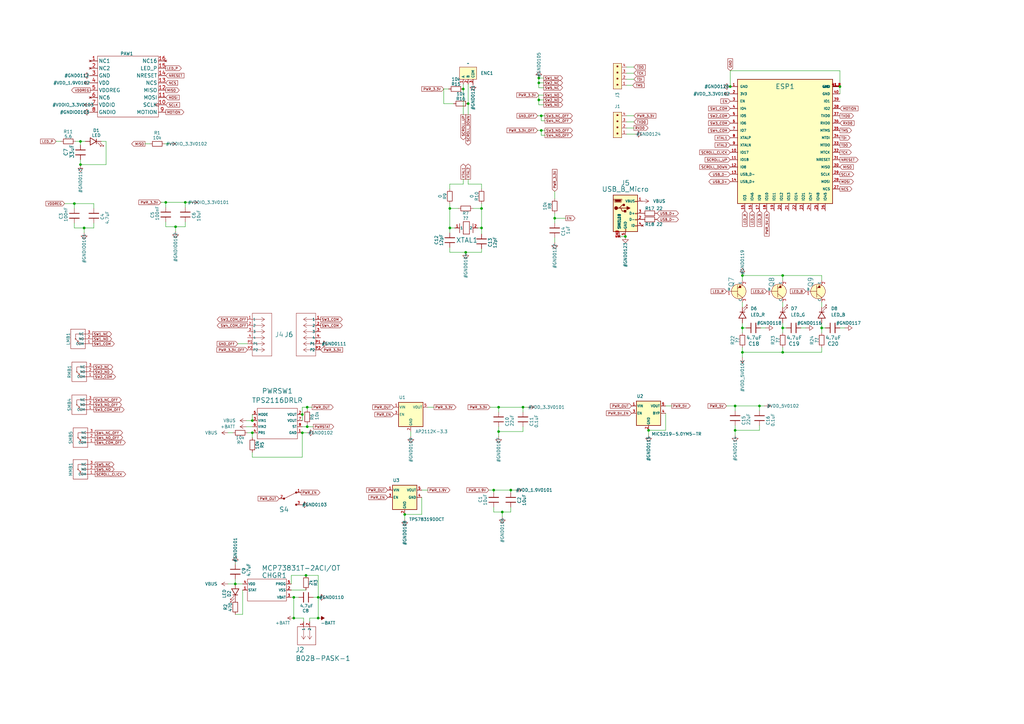
<source format=kicad_sch>
(kicad_sch (version 20230121) (generator eeschema)
  (paper "A3")
  (lib_symbols
    (symbol "+1.9V_1" (power) (pin_names (offset 0))
      (property "Reference" "#VDD_3.3V" (at 0 7.62 90))
      (symbol "+1.9V_1_1_1"
        (pin power_in line (at 0 0 90) (length 0) hide (name "+3.3V") (number "1"))
      )
    )
    (symbol "+1.9V_2" (power) (pin_names (offset 0))
      (property "Reference" "#VDD_3.3V" (at 0 7.62 90))
      (symbol "+1.9V_2_1_1"
        (pin power_in line (at 0 0 90) (length 0) hide (name "+3.3V") (number "1"))
      )
    )
    (symbol "+1.9V_3" (power) (pin_names (offset 0))
      (property "Reference" "#VDD_5V" (at 0 7.62 90))
      (symbol "+1.9V_3_1_1"
        (pin power_in line (at 0 0 90) (length 0) hide (name "+5V") (number "1"))
      )
    )
    (symbol "+1.9V_4" (power) (pin_names (offset 0))
      (property "Reference" "#VDD_5V" (at 0 7.62 90))
      (symbol "+1.9V_4_1_1"
        (pin power_in line (at 0 0 90) (length 0) hide (name "+5V") (number "1"))
      )
    )
    (symbol "AP2112K-3.3_1" (pin_names (offset 0.254))
      (property "Reference" "U3" (at 1.5 2 0))
      (property "Value" "TPS78319DDCT" (at 16.5 -12 0))
      (symbol "AP2112K-3.3_1_1_1"
        (pin power_in line (at -2 -2 0) (length 2) (name "VIN") (number "1"))
        (pin power_in line (at 5 -12 90) (length 2) (name "GND") (number "2"))
        (pin input line (at -2 -5 0) (length 2) (name "EN") (number "3"))
        (pin power_in line (at 12 -5 180) (length 2) (name "GND") (number "4"))
        (pin power_out line (at 12 -2 180) (length 2) (name "VOUT") (number "5"))
      )
    )
    (symbol "AP2112K-3.3_2" (pin_names (offset 0.254))
      (property "Reference" "U2" (at 1.5 2 0))
      (property "Value" "MIC5219-5.0YM5-TR" (at 16.5 -12 0))
      (symbol "AP2112K-3.3_2_1_1"
        (pin power_in line (at -2 -2 0) (length 2) (name "VIN") (number "1"))
        (pin power_in line (at 5 -12 90) (length 2) (name "GND") (number "2"))
        (pin input line (at -2 -5 0) (length 2) (name "EN") (number "3"))
        (pin power_in line (at 12 -5 180) (length 2) (name "BYP") (number "4"))
        (pin power_out line (at 12 -2 180) (length 2) (name "VOUT") (number "5"))
      )
    )
    (symbol "Connector:USB_B_Micro" (pin_names (offset 1.016))
      (property "Reference" "J5" (at 0 12.45 0))
      (property "Value" "USB_B_Micro" (at 0 9.91 0))
      (symbol "USB_B_Micro_1_0"
        (pin passive line (at -2.5 -9.5 90) (length 2) (name "SHIELD1") (number "SH1"))
        (pin passive line (at -2.5 -9.5 90) (length 2) (name "SHIELD2") (number "SH2"))
        (pin no_connect line (at -2.5 -9.5 90) (length 2) (name "SHIELD3") (number "SH3"))
        (pin passive line (at -2.5 -9.5 90) (length 2) (name "SHIELD4") (number "SH4"))
        (pin passive line (at -2.5 -9.5 90) (length 2) (name "SHIELD5") (number "SH5"))
        (pin no_connect line (at -2.5 -9.5 90) (length 2) (name "SHIELD6") (number "SH6"))
      )
      (symbol "USB_B_Micro_1_1"
        (pin power_out line (at 7 5 180) (length 2) (name "VBUS") (number "1"))
        (pin bidirectional line (at 7 -2.5 180) (length 2) (name "D-") (number "2"))
        (pin bidirectional line (at 7 0 180) (length 2) (name "D+") (number "3"))
        (pin no_connect line (at 7 -5 180) (length 2) (name "ID") (number "4"))
        (pin power_out line (at 0 -9.5 90) (length 2) (name "GND") (number "5"))
      )
    )
    (symbol "ESP32-S3-WROOM-1U:ESP32-S3-WROOM-1U" (pin_names (offset 1))
      (property "Reference" "U" (at -19 31 0))
      (symbol "ESP32-S3-WROOM-1U_1_0"
        (pin power_in line (at -22.5 27.5 0) (length 3) (name "GND") (number "1"))
        (pin bidirectional line (at -22.5 0.5 0) (length 3) (name "IO17") (number "10"))
        (pin bidirectional line (at -22.5 -2.5 0) (length 3) (name "IO18") (number "11"))
        (pin bidirectional line (at -22.5 -5.5 0) (length 3) (name "IO8") (number "12"))
        (pin bidirectional line (at -22.5 -8.5 0) (length 3) (name "USB_D-") (number "13"))
        (pin bidirectional line (at -22.5 -11.5 0) (length 3) (name "USB_D+") (number "14"))
        (pin bidirectional line (at -16.5 -23.5 90) (length 3) (name "IO3") (number "15"))
        (pin bidirectional line (at -13.5 -23.5 90) (length 3) (name "IO46") (number "16"))
        (pin bidirectional line (at -10.5 -23.5 90) (length 3) (name "IO9") (number "17"))
        (pin bidirectional line (at -7.5 -23.5 90) (length 3) (name "IO10") (number "18"))
        (pin bidirectional line (at -4.5 -23.5 90) (length 3) (name "IO11") (number "19"))
        (pin power_in line (at -22.5 24.5 0) (length 3) (name "3V3") (number "2"))
        (pin bidirectional line (at -1.5 -23.5 90) (length 3) (name "IO12") (number "20"))
        (pin bidirectional line (at 1.5 -23.5 90) (length 3) (name "IO13") (number "21"))
        (pin bidirectional line (at 4.5 -23.5 90) (length 3) (name "IO14") (number "22"))
        (pin bidirectional line (at 7.5 -23.5 90) (length 3) (name "IO21") (number "23"))
        (pin bidirectional line (at 10.5 -23.5 90) (length 3) (name "IO47") (number "24"))
        (pin bidirectional line (at 13.5 -23.5 90) (length 3) (name "IO48") (number "25"))
        (pin bidirectional line (at 16.5 -23.5 90) (length 3) (name "IO45") (number "26"))
        (pin bidirectional line (at 22.5 -14.5 180) (length 3) (name "NCS") (number "27"))
        (pin bidirectional line (at 22.5 -11.5 180) (length 3) (name "MOSI") (number "28"))
        (pin bidirectional line (at 22.5 -8.5 180) (length 3) (name "SCLK") (number "29"))
        (pin input line (at -22.5 21.5 0) (length 3) (name "EN") (number "3"))
        (pin bidirectional line (at 22.5 -5.5 180) (length 3) (name "MISO") (number "30"))
        (pin bidirectional line (at 22.5 -2.5 180) (length 3) (name "NRESET") (number "31"))
        (pin bidirectional line (at 22.5 0.5 180) (length 3) (name "MTCK") (number "32"))
        (pin bidirectional line (at 22.5 3.5 180) (length 3) (name "MTDO") (number "33"))
        (pin bidirectional line (at 22.5 6.5 180) (length 3) (name "MTDI") (number "34"))
        (pin bidirectional line (at 22.5 9.5 180) (length 3) (name "MTMS") (number "35"))
        (pin bidirectional line (at 22.5 12.5 180) (length 3) (name "RXD0") (number "36"))
        (pin bidirectional line (at 22.5 15.5 180) (length 3) (name "TXD0") (number "37"))
        (pin bidirectional line (at 22.5 18.5 180) (length 3) (name "IO2") (number "38"))
        (pin bidirectional line (at 22.5 21.5 180) (length 3) (name "IO1") (number "39"))
        (pin bidirectional line (at -22.5 18.5 0) (length 3) (name "IO4") (number "4"))
        (pin power_in line (at 22.5 24.5 180) (length 3) (name "GND") (number "40"))
        (pin power_in line (at 22.5 27.5 180) (length 3) (name "GND") (number "41_1"))
        (pin power_in line (at 22.5 27.5 180) (length 3) (name "GND") (number "41_2"))
        (pin power_in line (at 22.5 27.5 180) (length 3) (name "GND") (number "41_3"))
        (pin power_in line (at 22.5 27.5 180) (length 3) (name "GND") (number "41_4"))
        (pin power_in line (at 22.5 27.5 180) (length 3) (name "GND") (number "41_5"))
        (pin power_in line (at 22.5 27.5 180) (length 3) (name "GND") (number "41_6"))
        (pin power_in line (at 22.5 27.5 180) (length 3) (name "GND") (number "41_7"))
        (pin power_in line (at 22.5 27.5 180) (length 3) (name "GND") (number "41_8"))
        (pin power_in line (at 22.5 27.5 180) (length 3) (name "GND") (number "41_9"))
        (pin bidirectional line (at -22.5 15.5 0) (length 3) (name "IO5") (number "5"))
        (pin bidirectional line (at -22.5 12.5 0) (length 3) (name "IO6") (number "6"))
        (pin bidirectional line (at -22.5 9.5 0) (length 3) (name "IO7") (number "7"))
        (pin bidirectional line (at -22.5 6.5 0) (length 3) (name "XTALP") (number "8"))
        (pin bidirectional line (at -22.5 3.5 0) (length 3) (name "XTALN") (number "9"))
      )
    )
    (symbol "GND:GND" (power) (pin_names (offset 0))
      (property "Reference" "GND" (at 0 -5.5 90))
      (symbol "GND_1_1"
        (pin power_in line (at 0 0 270) (length 0) hide (name "GND") (number "1"))
      )
    )
    (symbol "LED_small:LED" (pin_numbers hide) (pin_names (offset 1.016) hide)
      (property "Reference" "D1" (at 0 4.5 0))
      (property "Value" "LED" (at 0 2.5 0))
      (symbol "LED_1_1"
        (pin passive line (at -2 0 0) (length 2) (name "K") (number "1"))
        (pin passive line (at 4.5 0 180) (length 2) (name "A") (number "2"))
      )
    )
    (symbol "MCP73831T_2ACI_OT:MCP73831T-2ACI_OT" (pin_names (offset 0.254))
      (property "Reference" "CHGR1" (at 11 1.5 0))
      (property "Value" "MCP73831T-2ACI/OT" (at 0.5 -12 0))
      (symbol "MCP73831T-2ACI_OT_1_1"
        (pin unspecified line (at -2 -4.5 0) (length 2) (name "STAT") (number "1"))
        (pin unspecified line (at 18 -4.5 180) (length 2) (name "VSS") (number "2"))
        (pin unspecified line (at 18 -7.5 180) (length 2) (name "VBAT") (number "3"))
        (pin unspecified line (at -2 -2 0) (length 2) (name "VDD") (number "4"))
        (pin unspecified line (at 18 -2 180) (length 2) (name "PROG") (number "5"))
      )
    )
    (symbol "RT3215_32_768_12_5_TR:RT3215-32.768-12.5-TR" (pin_names (offset 0.254))
      (property "Reference" "XTAL" (at 5 -5 0))
      (symbol "RT3215-32.768-12.5-TR_1_1"
        (pin unspecified line (at 0 0 0) (length 2) (name "1") (number "1"))
        (pin unspecified line (at 9.5 0 180) (length 2) (name "2") (number "2"))
      )
      (symbol "RT3215-32.768-12.5-TR_1_2"
        (pin unspecified line (at -0.5 0 90) (length 2.54) (name "1") (number "1"))
        (pin unspecified line (at -0.5 10.16 270) (length 2.54) (name "2") (number "2"))
      )
    )
    (symbol "TPS2116DRLR:TPS2116DRLR" (pin_names (offset 0.254))
      (property "Reference" "PWRSW1" (at 8.25 6.87 0))
      (property "Value" "TPS2116DRLR" (at 8.25 3.06 0))
      (symbol "TPS2116DRLR_1_1"
        (pin power_in line (at 18.5 -10 180) (length 2) (name "GND") (number "1"))
        (pin unspecified line (at 18.5 -2.5 180) (length 2) (name "VOUT") (number "2"))
        (pin power_in line (at -2 -5 0) (length 2) (name "VIN1") (number "3"))
        (pin input line (at -2 -10 0) (length 2) (name "PR1") (number "4"))
        (pin input line (at -2 -2.5 0) (length 2) (name "MODE") (number "5"))
        (pin power_in line (at -2 -7.5 0) (length 2) (name "VIN2") (number "6"))
        (pin unspecified line (at 18.5 -5 180) (length 2) (name "VOUT") (number "7"))
        (pin output line (at 18.5 -7.5 180) (length 2) (name "ST") (number "8"))
      )
    )
    (symbol "TTC_GOLD_ENCODER:TTC_GOLD_ENCODER"
      (property "Reference" "ENC" (at 0 0 0))
      (symbol "TTC_GOLD_ENCODER_1_1"
        (pin output line (at -2 -8.5 90) (length 2) (name "A") (number "1"))
        (pin output line (at 0 -8.5 90) (length 2) (name "B") (number "2"))
        (pin input line (at 2 -8.5 90) (length 2) (name "COM") (number "3"))
      )
    )
    (symbol "ap2112k_3v3:AP2112K-3.3" (pin_names (offset 0.254))
      (property "Reference" "U1" (at 5 5.23 0))
      (property "Value" "AP2112K-3.3" (at 5 2.69 0))
      (symbol "AP2112K-3.3_1_1"
        (pin power_in line (at -2 -2 0) (length 2) (name "VIN") (number "1"))
        (pin power_in line (at 5 -12 90) (length 2) (name "GND") (number "2"))
        (pin input line (at -2 -5 0) (length 2) (name "EN") (number "3"))
        (pin no_connect line (at 12 -5 180) (length 2) hide (name "NC") (number "4"))
        (pin power_out line (at 12 -2 180) (length 2) (name "VOUT") (number "5"))
      )
    )
    (symbol "c_small:C_Small" (pin_numbers hide) (pin_names (offset 0.254) hide)
      (property "Reference" "C?" (at 1 6 0))
      (property "Value" "?" (at 2 3.5 0))
      (symbol "C_Small_1_1"
        (pin passive line (at 6 0 180) (length 2) (name "~") (number "1"))
        (pin passive line (at 0 0 0) (length 2) (name "~") (number "2"))
      )
    )
    (symbol "conn_4pin_2mm:B4B-PH-K-S_LF__SN_" (pin_names (offset 1.016))
      (property "Reference" "J1" (at 13.07 -1.27 90))
      (symbol "B4B-PH-K-S_LF__SN__1_1"
        (pin passive line (at 1.5 2 270) (length 2) (name "~") (number "1"))
        (pin passive line (at 4 2 270) (length 2) (name "~") (number "2"))
        (pin passive line (at 6.5 2 270) (length 2) (name "~") (number "3"))
        (pin passive line (at 9 2 270) (length 2) (name "~") (number "4"))
      )
    )
    (symbol "conn_bat:B02B-PASK-1" (pin_names (offset 0.5))
      (property "Reference" "J" (at 3 4 0))
      (property "Value" "B02B-PASK-1" (at 13 -7 0))
      (symbol "B02B-PASK-1_1_1"
        (pin unspecified line (at 0 0 0) (length 2) (name "1") (number "1"))
        (pin unspecified line (at 0 -2.5 0) (length 2) (name "2") (number "2"))
      )
      (symbol "B02B-PASK-1_1_2"
        (pin unspecified line (at -3 0 0) (length 5.08) (name "1") (number "1"))
        (pin unspecified line (at -3 -2.54 0) (length 5.08) (name "2") (number "2"))
      )
    )
    (symbol "dk_Transistors-Bipolar-BJT-Single:MMBT3904-7-F" (pin_names (offset 0))
      (property "Reference" "Q1" (at 9 0 0))
      (symbol "MMBT3904-7-F_1_1"
        (pin input line (at 0 0 0) (length 2) (name "B") (number "1"))
        (pin passive line (at 6.5 -4.5 90) (length 2) (name "E") (number "2"))
        (pin passive line (at 6.5 4.5 270) (length 2) (name "C") (number "3"))
      )
    )
    (symbol "eg1218:EG1218" (pin_names (offset 0))
      (property "Reference" "S1" (at 0 -4.5 0))
      (symbol "EG1218_1_1"
        (pin passive line (at 7 2.5 180) (length 2) (name "~") (number "1"))
        (pin passive line (at -2 0 0) (length 2) (name "~") (number "2"))
        (pin passive line (at 7 -2.5 180) (length 2) (name "~") (number "3"))
      )
    )
    (symbol "molex_4pin:5051100492" (pin_names (offset 0.254))
      (property "Reference" "J" (at 5.89 6.35 0))
      (symbol "5051100492_1_1"
        (pin unspecified line (at 0 0 0) (length 2) (name "1") (number "1"))
        (pin unspecified line (at 0 -2.5 0) (length 2) (name "2") (number "2"))
        (pin unspecified line (at 0 -5 0) (length 2) (name "3") (number "3"))
        (pin unspecified line (at 0 -7.5 0) (length 2) (name "4") (number "4"))
        (pin unspecified line (at 0 -10 0) (length 2) (name "P1") (number "P1"))
        (pin unspecified line (at 0 -12.5 0) (length 2) (name "P2") (number "P2"))
      )
      (symbol "5051100492_1_2"
        (pin unspecified line (at -3 0 0) (length 5.08) (name "1") (number "1"))
        (pin unspecified line (at -3 -2.54 0) (length 5.08) (name "2") (number "2"))
        (pin unspecified line (at -3 -5.08 0) (length 5.08) (name "3") (number "3"))
        (pin unspecified line (at -3 -7.62 0) (length 5.08) (name "4") (number "4"))
        (pin unspecified line (at -3 -10.16 0) (length 5.08) (name "P1") (number "P1"))
        (pin unspecified line (at -3 -12.7 0) (length 5.08) (name "P2") (number "P2"))
      )
    )
    (symbol "power:+3.3V" (power) (pin_names (offset 0))
      (property "Value" "+3.3V" (at 0 3.556 0))
      (symbol "+3.3V_1_1"
        (pin power_in line (at 0 0 90) (length 0) hide (name "+3.3V") (number "1"))
      )
    )
    (symbol "power:+BATT" (power) (pin_names (offset 0))
      (property "Value" "+BATT" (at 0 3.556 0))
      (symbol "+BATT_1_1"
        (pin power_in line (at 0 0 90) (length 0) hide (name "+BATT") (number "1"))
      )
    )
    (symbol "power:-BATT" (power) (pin_names (offset 0))
      (property "Value" "-BATT" (at 0 3.556 0))
      (symbol "-BATT_1_1"
        (pin power_in line (at 0 0 90) (length 0) hide (name "-BATT") (number "1"))
      )
    )
    (symbol "power:GND" (power) (pin_names (offset 0))
      (property "Value" "GND" (at 0 -3.81 0))
      (symbol "GND_1_1"
        (pin power_in line (at 0 0 270) (length 0) hide (name "GND") (number "1"))
      )
    )
    (symbol "power:GND1" (power) (pin_names (offset 0))
      (property "Value" "GND1" (at 0 -3.81 0))
      (symbol "GND1_1_1"
        (pin power_in line (at 0 0 270) (length 0) hide (name "GND1") (number "1"))
      )
    )
    (symbol "power:VBUS" (power) (pin_names (offset 0))
      (property "Value" "VBUS" (at 0 3.81 0))
      (symbol "VBUS_1_1"
        (pin power_in line (at 0 0 90) (length 0) hide (name "VBUS") (number "1"))
      )
    )
    (symbol "power_1.9V:+1.9V" (power) (pin_names (offset 0))
      (property "Value" "+1.9V" (at 0 5.08 0))
      (symbol "+1.9V_1_1"
        (pin power_in line (at 0 0 90) (length 0) hide (name "+1.9V") (number "1"))
      )
    )
    (symbol "r_small:R_Small" (pin_numbers hide) (pin_names (offset 0.254) hide)
      (property "Reference" "R" (at 4 0.04 90))
      (property "Value" "5.6" (at 2 0.04 90))
      (symbol "R_Small_1_1"
        (pin passive line (at 0 3 270) (length 1) (name "~") (number "1"))
        (pin passive line (at 0 -3 90) (length 1) (name "~") (number "2"))
      )
    )
    (symbol "sensor_paw3395:PAW3395" (pin_names (offset 0.5))
      (property "Reference" "PAW1" (at -13 1 0))
      (symbol "PAW3395_1_1"
        (pin no_connect line (at -28 -2 0) (length 3) (name "NC1") (number "1"))
        (pin input clock (at 3 -20 180) (length 3) (name "SCLK") (number "10"))
        (pin input line (at 3 -17 180) (length 3) (name "MOSI") (number "11"))
        (pin output line (at 3 -14 180) (length 3) (name "MISO") (number "12"))
        (pin input line (at 3 -11 180) (length 3) (name "NCS") (number "13"))
        (pin input line (at 3 -8 180) (length 3) (name "NRESET") (number "14"))
        (pin power_out line (at 3 -5 180) (length 3) (name "LED_P") (number "15"))
        (pin no_connect line (at 3 -2 180) (length 3) (name "NC16") (number "16"))
        (pin no_connect line (at -28 -5 0) (length 3) (name "NC2") (number "2"))
        (pin power_out line (at -28 -8 0) (length 3) (name "GND") (number "3"))
        (pin power_in line (at -28 -11 0) (length 3) (name "VDD") (number "4"))
        (pin power_in line (at -28 -14 0) (length 3) (name "VDDREG") (number "5"))
        (pin no_connect line (at -28 -17 0) (length 3) (name "NC6") (number "6"))
        (pin power_out line (at -28 -20 0) (length 3) (name "VDDIO") (number "7"))
        (pin power_in line (at -28 -23 0) (length 3) (name "GNDIO") (number "8"))
        (pin output line (at 3 -23 180) (length 3) (name "MOTION") (number "9"))
      )
    )
    (symbol "switch_kaihl:KaihlSw" (pin_names (offset 0.5))
      (property "Reference" "SW" (at 4 7 0))
      (symbol "KaihlSw_1_1"
        (pin output line (at 2 -3 90) (length 3) (name "COM") (number "1"))
        (pin power_in line (at 4 -3 90) (length 3) (name "NO") (number "2"))
        (pin power_out line (at 6 -3 90) (length 3) (name "NC") (number "3"))
      )
    )
  )
  (junction (at 191 103.5))
  (junction (at 125.5 236))
  (junction (at 321 134.5))
  (junction (at 321 144.5))
  (junction (at 202.5 201))
  (junction (at 184.5 85.5))
  (junction (at 72 93))
  (junction (at 311.5 166.5))
  (junction (at 103.5 172.5))
  (junction (at 221 32))
  (junction (at 301.5 166.5))
  (junction (at 222 53.5))
  (junction (at 304.5 144.5))
  (junction (at 33 67.5))
  (junction (at 184.5 93.5))
  (junction (at 304.5 134.5))
  (junction (at 166 211))
  (junction (at 299.5 35.5))
  (junction (at 222 47.5))
  (junction (at 30.5 83.5))
  (junction (at 304.5 113))
  (junction (at 192 42.5))
  (junction (at 96.5 239.5))
  (junction (at 197.5 93.5))
  (junction (at 221 34))
  (junction (at 204.5 167))
  (junction (at 68 83))
  (junction (at 76 83))
  (junction (at 337 134.5))
  (junction (at 120.5 253.5))
  (junction (at 256.5 97))
  (junction (at 266 176.5))
  (junction (at 126 175))
  (junction (at 103.5 177.5))
  (junction (at 321 113))
  (junction (at 130.5 245))
  (junction (at 301.5 176.5))
  (junction (at 344.5 35.5))
  (junction (at 190 36.5))
  (junction (at 209.5 201))
  (junction (at 221 41))
  (junction (at 204.5 177))
  (junction (at 124 170))
  (junction (at 197.5 85.5))
  (junction (at 130.5 253.5))
  (junction (at 124 177.5))
  (junction (at 34.5 93.5))
  (junction (at 126 167))
  (junction (at 206 210))
  (junction (at 120.5 245))
  (junction (at 214.5 167))
  (junction (at 227.5 89.5))
  (junction (at 33 58))
  (wire (pts (xy 95.5 177.5) (xy 93.5 177.5)))
  (wire (pts (xy 197.5 102) (xy 197.5 103.5)))
  (wire (pts (xy 124 187.5) (xy 124 177.5)))
  (wire (pts (xy 301.5 176.5) (xy 301.5 178.5)))
  (wire (pts (xy 337 134.5) (xy 337 132.5)))
  (wire (pts (xy 311.5 168.5) (xy 311.5 166.5)))
  (wire (pts (xy 321 115) (xy 321 113)))
  (wire (pts (xy 126 167) (xy 126 168)))
  (wire (pts (xy 184.5 93.5) (xy 186.5 93.5)))
  (wire (pts (xy 202.5 210) (xy 206 210)))
  (wire (pts (xy 34.5 93.5) (xy 30.5 93.5)))
  (wire (pts (xy 211.5 201) (xy 209.5 201)))
  (wire (pts (xy 197.5 77.5) (xy 197.5 75.5)))
  (wire (pts (xy 124 170) (xy 124 172.5)))
  (wire (pts (xy 222 53.5) (xy 223.5 53.5)))
  (wire (pts (xy 184.5 103.5) (xy 191 103.5)))
  (wire (pts (xy 214.5 177) (xy 214.5 175)))
  (wire (pts (xy 103.5 187.5) (xy 103.5 185.5)))
  (wire (pts (xy 59.5 59) (xy 61.5 59)))
  (wire (pts (xy 190 34.5) (xy 190 36.5)))
  (wire (pts (xy 130.5 245) (xy 130.5 236)))
  (wire (pts (xy 72 93) (xy 76 93)))
  (wire (pts (xy 304.5 144.5) (xy 321 144.5)))
  (wire (pts (xy 41.5 58) (xy 43.5 58)))
  (wire (pts (xy 173 211) (xy 166 211)))
  (wire (pts (xy 311.5 166.5) (xy 301.5 166.5)))
  (wire (pts (xy 72 93) (xy 72 95)))
  (wire (pts (xy 197.5 85.5) (xy 197.5 93.5)))
  (wire (pts (xy 202.5 202) (xy 202.5 201)))
  (wire (pts (xy 192 34.5) (xy 192 42.5)))
  (wire (pts (xy 257 55) (xy 260.5 55)))
  (wire (pts (xy 321 124) (xy 321 126)))
  (wire (pts (xy 337 115) (xy 337 113)))
  (wire (pts (xy 184.5 85.5) (xy 188 85.5)))
  (wire (pts (xy 66 83) (xy 68 83)))
  (wire (pts (xy 119.5 245) (xy 120.5 245)))
  (wire (pts (xy 197.5 83.5) (xy 197.5 85.5)))
  (wire (pts (xy 43.5 58) (xy 43.5 67.5)))
  (wire (pts (xy 337 113) (xy 321 113)))
  (wire (pts (xy 127 253.5) (xy 130.5 253.5)))
  (wire (pts (xy 223 36) (xy 221 36)))
  (wire (pts (xy 68 93) (xy 72 93)))
  (wire (pts (xy 173 201) (xy 175.5 201)))
  (wire (pts (xy 126 167) (xy 128 167)))
  (wire (pts (xy 78.5 83) (xy 76 83)))
  (wire (pts (xy 201 167) (xy 204.5 167)))
  (wire (pts (xy 184.5 77.5) (xy 184.5 75.5)))
  (wire (pts (xy 197.5 93.5) (xy 196 93.5)))
  (wire (pts (xy 96.5 252) (xy 99.5 252)))
  (wire (pts (xy 119.5 242) (xy 125.5 242)))
  (wire (pts (xy 337 144.5) (xy 321 144.5)))
  (wire (pts (xy 67.5 59) (xy 69.5 59)))
  (wire (pts (xy 173 204) (xy 173 211)))
  (wire (pts (xy 99.5 252) (xy 99.5 242)))
  (wire (pts (xy 301.5 176.5) (xy 301.5 174.5)))
  (wire (pts (xy 257 30) (xy 260 30)))
  (wire (pts (xy 321 113) (xy 304.5 113)))
  (wire (pts (xy 223.5 55.5) (xy 222 55.5)))
  (wire (pts (xy 204.5 177) (xy 204.5 175)))
  (wire (pts (xy 321 136.5) (xy 321 134.5)))
  (wire (pts (xy 321 134.5) (xy 321 132.5)))
  (wire (pts (xy 194 85.5) (xy 197.5 85.5)))
  (wire (pts (xy 103.5 170) (xy 103.5 172.5)))
  (wire (pts (xy 30.5 93.5) (xy 30.5 91.5)))
  (wire (pts (xy 209.5 202) (xy 209.5 201)))
  (wire (pts (xy 299.5 29) (xy 344.5 29)))
  (wire (pts (xy 223 41) (xy 221 41)))
  (wire (pts (xy 30.5 85.5) (xy 30.5 83.5)))
  (wire (pts (xy 182 36.5) (xy 184 36.5)))
  (wire (pts (xy 68 83) (xy 68 85)))
  (wire (pts (xy 184.5 83.5) (xy 184.5 85.5)))
  (wire (pts (xy 257 47.5) (xy 260 47.5)))
  (wire (pts (xy 97.5 141) (xy 101.5 141)))
  (wire (pts (xy 202.5 201) (xy 200.5 201)))
  (wire (pts (xy 76 85) (xy 76 83)))
  (wire (pts (xy 209.5 201) (xy 202.5 201)))
  (wire (pts (xy 227.5 89.5) (xy 232 89.5)))
  (wire (pts (xy 120.5 253.5) (xy 124.5 253.5)))
  (wire (pts (xy 103.5 187.5) (xy 124 187.5)))
  (wire (pts (xy 301.5 176.5) (xy 311.5 176.5)))
  (wire (pts (xy 184.5 101.5) (xy 184.5 103.5)))
  (wire (pts (xy 175.5 167) (xy 178 167)))
  (wire (pts (xy 221 41) (xy 221 43)))
  (wire (pts (xy 204.5 177) (xy 204.5 179)))
  (wire (pts (xy 126 175) (xy 128.5 175)))
  (wire (pts (xy 119.5 236) (xy 125.5 236)))
  (wire (pts (xy 34.5 93.5) (xy 38.5 93.5)))
  (wire (pts (xy 125.5 236) (xy 130.5 236)))
  (wire (pts (xy 346.5 134.5) (xy 344.5 134.5)))
  (wire (pts (xy 186 42.5) (xy 182 42.5)))
  (wire (pts (xy 222 55.5) (xy 222 53.5)))
  (wire (pts (xy 221 34) (xy 221 36)))
  (wire (pts (xy 221 34) (xy 221 32)))
  (wire (pts (xy 204.5 167) (xy 204.5 169)))
  (wire (pts (xy 304.5 144.5) (xy 304.5 146.5)))
  (wire (pts (xy 304.5 136.5) (xy 304.5 134.5)))
  (wire (pts (xy 330.5 134.5) (xy 328.5 134.5)))
  (wire (pts (xy 304.5 142.5) (xy 304.5 144.5)))
  (wire (pts (xy 124.5 253.5) (xy 124.5 255)))
  (wire (pts (xy 190 36.5) (xy 190 47)))
  (wire (pts (xy 257 35) (xy 259.5 35)))
  (wire (pts (xy 103.5 177.5) (xy 103.5 179.5)))
  (wire (pts (xy 301.5 166.5) (xy 301.5 168.5)))
  (wire (pts (xy 337 136.5) (xy 337 134.5)))
  (wire (pts (xy 209.5 210) (xy 209.5 208)))
  (wire (pts (xy 182 42.5) (xy 182 36.5)))
  (wire (pts (xy 221 39) (xy 223 39)))
  (wire (pts (xy 223.5 49.5) (xy 222 49.5)))
  (wire (pts (xy 33 67.5) (xy 33 65.5)))
  (wire (pts (xy 101 172.5) (xy 103.5 172.5)))
  (wire (pts (xy 222 47.5) (xy 223.5 47.5)))
  (wire (pts (xy 273 176.5) (xy 266 176.5)))
  (wire (pts (xy 266 176.5) (xy 266 178.5)))
  (wire (pts (xy 192 42.5) (xy 192 47)))
  (wire (pts (xy 38.5 85.5) (xy 38.5 83.5)))
  (wire (pts (xy 304.5 134.5) (xy 304.5 132.5)))
  (wire (pts (xy 273 169.5) (xy 273 176.5)))
  (wire (pts (xy 204.5 177) (xy 214.5 177)))
  (wire (pts (xy 184.5 95.5) (xy 184.5 93.5)))
  (wire (pts (xy 76 93) (xy 76 91)))
  (wire (pts (xy 220.5 47.5) (xy 222 47.5)))
  (wire (pts (xy 101 175) (xy 103.5 175)))
  (wire (pts (xy 257 52.5) (xy 260 52.5)))
  (wire (pts (xy 220.5 53.5) (xy 222 53.5)))
  (wire (pts (xy 30.5 83.5) (xy 26.5 83.5)))
  (wire (pts (xy 304.5 134.5) (xy 306 134.5)))
  (wire (pts (xy 33 58) (xy 35 58)))
  (wire (pts (xy 184.5 85.5) (xy 184.5 93.5)))
  (wire (pts (xy 119.5 239.5) (xy 119.5 236)))
  (wire (pts (xy 126 167) (xy 124 167)))
  (wire (pts (xy 337 134.5) (xy 338.5 134.5)))
  (wire (pts (xy 337 142.5) (xy 337 144.5)))
  (wire (pts (xy 221 41) (xy 221 39)))
  (wire (pts (xy 321 142.5) (xy 321 144.5)))
  (wire (pts (xy 34.5 95.5) (xy 34.5 93.5)))
  (wire (pts (xy 298 166.5) (xy 301.5 166.5)))
  (wire (pts (xy 344.5 35.5) (xy 344.5 38.5)))
  (wire (pts (xy 299.5 35.5) (xy 299.5 29)))
  (wire (pts (xy 93.5 239.5) (xy 96.5 239.5)))
  (wire (pts (xy 197.5 96) (xy 197.5 93.5)))
  (wire (pts (xy 214.5 167) (xy 216.5 167)))
  (wire (pts (xy 254 97) (xy 256.5 97)))
  (wire (pts (xy 257 50) (xy 260 50)))
  (wire (pts (xy 337 124) (xy 337 126)))
  (wire (pts (xy 127 253.5) (xy 127 255)))
  (wire (pts (xy 120.5 245) (xy 122.5 245)))
  (wire (pts (xy 221 32) (xy 223 32)))
  (wire (pts (xy 190 75.5) (xy 190 73.5)))
  (wire (pts (xy 192 75.5) (xy 192 73.5)))
  (wire (pts (xy 206 212) (xy 206 210)))
  (wire (pts (xy 126 174) (xy 126 175)))
  (wire (pts (xy 197.5 75.5) (xy 192 75.5)))
  (wire (pts (xy 222 49.5) (xy 222 47.5)))
  (wire (pts (xy 227.5 89.5) (xy 227.5 91.5)))
  (wire (pts (xy 206 210) (xy 209.5 210)))
  (wire (pts (xy 257 32.5) (xy 260 32.5)))
  (wire (pts (xy 76 83) (xy 68 83)))
  (wire (pts (xy 96.5 239.5) (xy 99.5 239.5)))
  (wire (pts (xy 223 43) (xy 221 43)))
  (wire (pts (xy 214.5 167) (xy 204.5 167)))
  (wire (pts (xy 257 27.5) (xy 260 27.5)))
  (wire (pts (xy 43.5 67.5) (xy 33 67.5)))
  (wire (pts (xy 321 134.5) (xy 322.5 134.5)))
  (wire (pts (xy 311.5 166.5) (xy 313.5 166.5)))
  (wire (pts (xy 38.5 83.5) (xy 30.5 83.5)))
  (wire (pts (xy 273 166.5) (xy 275.5 166.5)))
  (wire (pts (xy 227.5 78.5) (xy 227.5 81.5)))
  (wire (pts (xy 227.5 87.5) (xy 227.5 89.5)))
  (wire (pts (xy 166 211) (xy 166 213)))
  (wire (pts (xy 101.5 177.5) (xy 103.5 177.5)))
  (wire (pts (xy 344.5 29) (xy 344.5 35.5)))
  (wire (pts (xy 304.5 126) (xy 304.5 124)))
  (wire (pts (xy 33 58) (xy 33 59.5)))
  (wire (pts (xy 124 175) (xy 126 175)))
  (wire (pts (xy 23 58) (xy 25 58)))
  (wire (pts (xy 184.5 75.5) (xy 190 75.5)))
  (wire (pts (xy 124 167) (xy 124 170)))
  (wire (pts (xy 130.5 245) (xy 130.5 253.5)))
  (wire (pts (xy 197.5 103.5) (xy 191 103.5)))
  (wire (pts (xy 38.5 93.5) (xy 38.5 91.5)))
  (wire (pts (xy 202.5 210) (xy 202.5 208)))
  (wire (pts (xy 227.5 97.5) (xy 227.5 99.5)))
  (wire (pts (xy 168.5 177) (xy 168.5 179)))
  (wire (pts (xy 128.5 245) (xy 130.5 245)))
  (wire (pts (xy 314 134.5) (xy 312 134.5)))
  (wire (pts (xy 96.5 231) (xy 96.5 231.5)))
  (wire (pts (xy 96.5 239.5) (xy 96.5 237.5)))
  (wire (pts (xy 68 93) (xy 68 91)))
  (wire (pts (xy 120.5 245) (xy 120.5 253.5)))
  (wire (pts (xy 126 177.5) (xy 124 177.5)))
  (wire (pts (xy 223 34) (xy 221 34)))
  (wire (pts (xy 31 58) (xy 33 58)))
  (wire (pts (xy 311.5 176.5) (xy 311.5 174.5)))
  (wire (pts (xy 214.5 169) (xy 214.5 167)))
  (wire (pts (xy 304.5 113) (xy 304.5 115)))
  (global_label "PWR_3.3V_OFF" (shape input) (at 220.5 53.5 180) (effects (font (size 1 1))) (property "Intersheetrefs" "${INTERSHEET_REFS}" (effects hide)))
  (global_label "SW5_NO" (shape output) (at 223 43 0) (effects (font (size 1 1))) (property "Intersheetrefs" "${INTERSHEET_REFS}" (effects hide)))
  (global_label "GND" (shape input) (at 299.5 29 90) (effects (font (size 1 1))) (property "Intersheetrefs" "${INTERSHEET_REFS}" (effects hide)))
  (global_label "SW5_NC" (shape output) (at 223 36 0) (effects (font (size 1 1))) (property "Intersheetrefs" "${INTERSHEET_REFS}" (effects hide)))
  (global_label "NRESET" (shape output) (at 344.5 65.5 0) (effects (font (size 1 1))) (property "Intersheetrefs" "${INTERSHEET_REFS}" (effects hide)))
  (global_label "SW2_COM" (shape output) (at 38.5 154.5 0) (effects (font (size 1 1))) (property "Intersheetrefs" "${INTERSHEET_REFS}" (effects hide)))
  (global_label "PWR_EN" (shape input) (at 161.5 170 180) (effects (font (size 1 1))) (property "Intersheetrefs" "${INTERSHEET_REFS}" (effects hide)))
  (global_label "MOTION" (shape input) (at 344.5 44.5 0) (effects (font (size 1 1))) (property "Intersheetrefs" "${INTERSHEET_REFS}" (effects hide)))
  (global_label "RXD0" (shape input) (at 344.5 50.5 0) (effects (font (size 1 1))) (property "Intersheetrefs" "${INTERSHEET_REFS}" (effects hide)))
  (global_label "SCLK" (shape input) (at 68 43 0) (effects (font (size 1 1))) (property "Intersheetrefs" "${INTERSHEET_REFS}" (effects hide)))
  (global_label "VDDREG" (shape input) (at 26.5 83.5 180) (effects (font (size 1 1))) (property "Intersheetrefs" "${INTERSHEET_REFS}" (effects hide)))
  (global_label "SW4_COM" (shape output) (at 131.5 133.5 0) (effects (font (size 1 1))) (property "Intersheetrefs" "${INTERSHEET_REFS}" (effects hide)))
  (global_label "SCROLL_UP" (shape input) (at 299.5 65.5 180) (effects (font (size 1 1))) (property "Intersheetrefs" "${INTERSHEET_REFS}" (effects hide)))
  (global_label "GND_OFF" (shape input) (at 97.5 141 180) (effects (font (size 1 1))) (property "Intersheetrefs" "${INTERSHEET_REFS}" (effects hide)))
  (global_label "PWR_5V" (shape output) (at 275.5 166.5 0) (effects (font (size 1 1))) (property "Intersheetrefs" "${INTERSHEET_REFS}" (effects hide)))
  (global_label "SW3_NC_OFF" (shape output) (at 223.5 47.5 0) (effects (font (size 1 1))) (property "Intersheetrefs" "${INTERSHEET_REFS}" (effects hide)))
  (global_label "SW2_COM" (shape input) (at 299.5 47.5 180) (effects (font (size 1 1))) (property "Intersheetrefs" "${INTERSHEET_REFS}" (effects hide)))
  (global_label "TCK" (shape output) (at 344.5 62.5 0) (effects (font (size 1 1))) (property "Intersheetrefs" "${INTERSHEET_REFS}" (effects hide)))
  (global_label "MOSI" (shape output) (at 344.5 74.5 0) (effects (font (size 1 1))) (property "Intersheetrefs" "${INTERSHEET_REFS}" (effects hide)))
  (global_label "LED_B" (shape input) (at 311.5 86.5 270) (effects (font (size 1 1))) (property "Intersheetrefs" "${INTERSHEET_REFS}" (effects hide)))
  (global_label "SW3_NO_OFF" (shape output) (at 223.5 53.5 0) (effects (font (size 1 1))) (property "Intersheetrefs" "${INTERSHEET_REFS}" (effects hide)))
  (global_label "PWR_5V" (shape input) (at 298 166.5 180) (effects (font (size 1 1))) (property "Intersheetrefs" "${INTERSHEET_REFS}" (effects hide)))
  (global_label "LED_R" (shape input) (at 305.5 86.5 270) (effects (font (size 1 1))) (property "Intersheetrefs" "${INTERSHEET_REFS}" (effects hide)))
  (global_label "LED_G" (shape input) (at 308.5 86.5 270) (effects (font (size 1 1))) (property "Intersheetrefs" "${INTERSHEET_REFS}" (effects hide)))
  (global_label "SW3_NO_OFF" (shape output) (at 38.5 166 0) (effects (font (size 1 1))) (property "Intersheetrefs" "${INTERSHEET_REFS}" (effects hide)))
  (global_label "TDI" (shape input) (at 260 32.5 0) (effects (font (size 1 1))) (property "Intersheetrefs" "${INTERSHEET_REFS}" (effects hide)))
  (global_label "SCROLL_CLICK" (shape output) (at 39 194.5 0) (effects (font (size 1 1))) (property "Intersheetrefs" "${INTERSHEET_REFS}" (effects hide)))
  (global_label "SW5_NC" (shape output) (at 39 190.5 0) (effects (font (size 1 1))) (property "Intersheetrefs" "${INTERSHEET_REFS}" (effects hide)))
  (global_label "NCS" (shape input) (at 68 34 0) (effects (font (size 1 1))) (property "Intersheetrefs" "${INTERSHEET_REFS}" (effects hide)))
  (global_label "PWR_OUT" (shape input) (at 161.5 167 180) (effects (font (size 1 1))) (property "Intersheetrefs" "${INTERSHEET_REFS}" (effects hide)))
  (global_label "PWR_3.3V" (shape input) (at 221 39 180) (effects (font (size 1 1))) (property "Intersheetrefs" "${INTERSHEET_REFS}" (effects hide)))
  (global_label "PWR_3.3V" (shape output) (at 178 167 0) (effects (font (size 1 1))) (property "Intersheetrefs" "${INTERSHEET_REFS}" (effects hide)))
  (global_label "MOTION" (shape output) (at 68 46 0) (effects (font (size 1 1))) (property "Intersheetrefs" "${INTERSHEET_REFS}" (effects hide)))
  (global_label "PWR_EN" (shape input) (at 159 204 180) (effects (font (size 1 1))) (property "Intersheetrefs" "${INTERSHEET_REFS}" (effects hide)))
  (global_label "TXD0" (shape output) (at 344.5 47.5 0) (effects (font (size 1 1))) (property "Intersheetrefs" "${INTERSHEET_REFS}" (effects hide)))
  (global_label "USB_D-" (shape bidirectional) (at 299.5 71.5 180) (effects (font (size 1 1))) (property "Intersheetrefs" "${INTERSHEET_REFS}" (effects hide)))
  (global_label "PWR_1.9V" (shape input) (at 200.5 201 180) (effects (font (size 1 1))) (property "Intersheetrefs" "${INTERSHEET_REFS}" (effects hide)))
  (global_label "MISO" (shape output) (at 59.5 59 180) (effects (font (size 1 1))) (property "Intersheetrefs" "${INTERSHEET_REFS}" (effects hide)))
  (global_label "SW4_NC_OFF" (shape output) (at 223.5 49.5 0) (effects (font (size 1 1))) (property "Intersheetrefs" "${INTERSHEET_REFS}" (effects hide)))
  (global_label "RXD0" (shape output) (at 260 52.5 0) (effects (font (size 1 1))) (property "Intersheetrefs" "${INTERSHEET_REFS}" (effects hide)))
  (global_label "NRESET" (shape input) (at 68 31 0) (effects (font (size 1 1))) (property "Intersheetrefs" "${INTERSHEET_REFS}" (effects hide)))
  (global_label "PWR_EN" (shape output) (at 123.5 202 0) (effects (font (size 1 1))) (property "Intersheetrefs" "${INTERSHEET_REFS}" (effects hide)))
  (global_label "XTAL1" (shape input) (at 299.5 56.5 180) (effects (font (size 1 1))) (property "Intersheetrefs" "${INTERSHEET_REFS}" (effects hide)))
  (global_label "SW2_NO" (shape output) (at 223 41 0) (effects (font (size 1 1))) (property "Intersheetrefs" "${INTERSHEET_REFS}" (effects hide)))
  (global_label "SW2_NO" (shape output) (at 38.5 152.5 0) (effects (font (size 1 1))) (property "Intersheetrefs" "${INTERSHEET_REFS}" (effects hide)))
  (global_label "LED_P" (shape input) (at 23 58 180) (effects (font (size 1 1))) (property "Intersheetrefs" "${INTERSHEET_REFS}" (effects hide)))
  (global_label "SW3_COM_OFF" (shape output) (at 38.5 168 0) (effects (font (size 1 1))) (property "Intersheetrefs" "${INTERSHEET_REFS}" (effects hide)))
  (global_label "PWR_OUT" (shape input) (at 114.5 204.5 180) (effects (font (size 1 1))) (property "Intersheetrefs" "${INTERSHEET_REFS}" (effects hide)))
  (global_label "EN" (shape output) (at 232 89.5 0) (effects (font (size 1 1))) (property "Intersheetrefs" "${INTERSHEET_REFS}" (effects hide)))
  (global_label "SW1_COM" (shape input) (at 299.5 44.5 180) (effects (font (size 1 1))) (property "Intersheetrefs" "${INTERSHEET_REFS}" (effects hide)))
  (global_label "SCLK" (shape output) (at 344.5 71.5 0) (effects (font (size 1 1))) (property "Intersheetrefs" "${INTERSHEET_REFS}" (effects hide)))
  (global_label "PWR_3.3V" (shape input) (at 201 167 180) (effects (font (size 1 1))) (property "Intersheetrefs" "${INTERSHEET_REFS}" (effects hide)))
  (global_label "SW4_COM_OFF" (shape output) (at 101.5 133.5 180) (effects (font (size 1 1))) (property "Intersheetrefs" "${INTERSHEET_REFS}" (effects hide)))
  (global_label "PWR_3.3V" (shape input) (at 227.5 78.5 90) (effects (font (size 1 1))) (property "Intersheetrefs" "${INTERSHEET_REFS}" (effects hide)))
  (global_label "SCROLL_DOWN" (shape input) (at 299.5 68.5 180) (effects (font (size 1 1))) (property "Intersheetrefs" "${INTERSHEET_REFS}" (effects hide)))
  (global_label "PWR_5V_EN" (shape input) (at 314.5 86.5 270) (effects (font (size 1 1))) (property "Intersheetrefs" "${INTERSHEET_REFS}" (effects hide)))
  (global_label "SW5_NO" (shape output) (at 39 192.5 0) (effects (font (size 1 1))) (property "Intersheetrefs" "${INTERSHEET_REFS}" (effects hide)))
  (global_label "PWR_5V_EN" (shape input) (at 259 169.5 180) (effects (font (size 1 1))) (property "Intersheetrefs" "${INTERSHEET_REFS}" (effects hide)))
  (global_label "SW2_NC" (shape output) (at 38.5 150.5 0) (effects (font (size 1 1))) (property "Intersheetrefs" "${INTERSHEET_REFS}" (effects hide)))
  (global_label "USB_D+" (shape bidirectional) (at 269.5 87.5 0) (effects (font (size 1 1))) (property "Intersheetrefs" "${INTERSHEET_REFS}" (effects hide)))
  (global_label "SCROLL_UP" (shape output) (at 190 47 270) (effects (font (size 1 1))) (property "Intersheetrefs" "${INTERSHEET_REFS}" (effects hide)))
  (global_label "MISO" (shape output) (at 68 37 0) (effects (font (size 1 1))) (property "Intersheetrefs" "${INTERSHEET_REFS}" (effects hide)))
  (global_label "USB_D-" (shape bidirectional) (at 269.5 90 0) (effects (font (size 1 1))) (property "Intersheetrefs" "${INTERSHEET_REFS}" (effects hide)))
  (global_label "TDO" (shape output) (at 344.5 59.5 0) (effects (font (size 1 1))) (property "Intersheetrefs" "${INTERSHEET_REFS}" (effects hide)))
  (global_label "SW3_COM_OFF" (shape output) (at 101.5 131 180) (effects (font (size 1 1))) (property "Intersheetrefs" "${INTERSHEET_REFS}" (effects hide)))
  (global_label "PWR_3.3V" (shape input) (at 131.5 143.5 0) (effects (font (size 1 1))) (property "Intersheetrefs" "${INTERSHEET_REFS}" (effects hide)))
  (global_label "NCS" (shape output) (at 344.5 77.5 0) (effects (font (size 1 1))) (property "Intersheetrefs" "${INTERSHEET_REFS}" (effects hide)))
  (global_label "TDI" (shape output) (at 344.5 56.5 0) (effects (font (size 1 1))) (property "Intersheetrefs" "${INTERSHEET_REFS}" (effects hide)))
  (global_label "TDO" (shape input) (at 260 27.5 0) (effects (font (size 1 1))) (property "Intersheetrefs" "${INTERSHEET_REFS}" (effects hide)))
  (global_label "TMS" (shape output) (at 344.5 53.5 0) (effects (font (size 1 1))) (property "Intersheetrefs" "${INTERSHEET_REFS}" (effects hide)))
  (global_label "SCROLL_DOWN" (shape output) (at 192 47 270) (effects (font (size 1 1))) (property "Intersheetrefs" "${INTERSHEET_REFS}" (effects hide)))
  (global_label "PWR_OUT" (shape output) (at 128 167 0) (effects (font (size 1 1))) (property "Intersheetrefs" "${INTERSHEET_REFS}" (effects hide)))
  (global_label "GND_OFF" (shape input) (at 220.5 47.5 180) (effects (font (size 1 1))) (property "Intersheetrefs" "${INTERSHEET_REFS}" (effects hide)))
  (global_label "SW1_NO" (shape output) (at 38 139 0) (effects (font (size 1 1))) (property "Intersheetrefs" "${INTERSHEET_REFS}" (effects hide)))
  (global_label "SW4_COM" (shape input) (at 299.5 53.5 180) (effects (font (size 1 1))) (property "Intersheetrefs" "${INTERSHEET_REFS}" (effects hide)))
  (global_label "XTAL2" (shape output) (at 192 73.5 90) (effects (font (size 1 1))) (property "Intersheetrefs" "${INTERSHEET_REFS}" (effects hide)))
  (global_label "MISO" (shape input) (at 344.5 68.5 0) (effects (font (size 1 1))) (property "Intersheetrefs" "${INTERSHEET_REFS}" (effects hide)))
  (global_label "SW4_NO_OFF" (shape output) (at 39 179.5 0) (effects (font (size 1 1))) (property "Intersheetrefs" "${INTERSHEET_REFS}" (effects hide)))
  (global_label "SW1_COM" (shape output) (at 38 141 0) (effects (font (size 1 1))) (property "Intersheetrefs" "${INTERSHEET_REFS}" (effects hide)))
  (global_label "LED_R" (shape input) (at 298 119.5 180) (effects (font (size 1 1))) (property "Intersheetrefs" "${INTERSHEET_REFS}" (effects hide)))
  (global_label "EN" (shape input) (at 299.5 41.5 180) (effects (font (size 1 1))) (property "Intersheetrefs" "${INTERSHEET_REFS}" (effects hide)))
  (global_label "PWR_3.3V" (shape input) (at 260 47.5 0) (effects (font (size 1 1))) (property "Intersheetrefs" "${INTERSHEET_REFS}" (effects hide)))
  (global_label "LED_G" (shape input) (at 314.5 119.5 180) (effects (font (size 1 1))) (property "Intersheetrefs" "${INTERSHEET_REFS}" (effects hide)))
  (global_label "SW1_NC" (shape output) (at 38 137 0) (effects (font (size 1 1))) (property "Intersheetrefs" "${INTERSHEET_REFS}" (effects hide)))
  (global_label "XTAL1" (shape output) (at 190 73.5 90) (effects (font (size 1 1))) (property "Intersheetrefs" "${INTERSHEET_REFS}" (effects hide)))
  (global_label "LED_P" (shape output) (at 68 28 0) (effects (font (size 1 1))) (property "Intersheetrefs" "${INTERSHEET_REFS}" (effects hide)))
  (global_label "SW4_NO_OFF" (shape output) (at 223.5 55.5 0) (effects (font (size 1 1))) (property "Intersheetrefs" "${INTERSHEET_REFS}" (effects hide)))
  (global_label "SW3_COM" (shape input) (at 299.5 50.5 180) (effects (font (size 1 1))) (property "Intersheetrefs" "${INTERSHEET_REFS}" (effects hide)))
  (global_label "PWR_3.3V" (shape input) (at 66 83 180) (effects (font (size 1 1))) (property "Intersheetrefs" "${INTERSHEET_REFS}" (effects hide)))
  (global_label "SW1_NO" (shape output) (at 223 39 0) (effects (font (size 1 1))) (property "Intersheetrefs" "${INTERSHEET_REFS}" (effects hide)))
  (global_label "SW4_COM_OFF" (shape output) (at 39 181.5 0) (effects (font (size 1 1))) (property "Intersheetrefs" "${INTERSHEET_REFS}" (effects hide)))
  (global_label "TCK" (shape input) (at 260 30 0) (effects (font (size 1 1))) (property "Intersheetrefs" "${INTERSHEET_REFS}" (effects hide)))
  (global_label "PWR_1.9V" (shape output) (at 175.5 201 0) (effects (font (size 1 1))) (property "Intersheetrefs" "${INTERSHEET_REFS}" (effects hide)))
  (global_label "PWRSTAT" (shape output) (at 128.5 175 0) (effects (font (size 1 1))) (property "Intersheetrefs" "${INTERSHEET_REFS}" (effects hide)))
  (global_label "SW3_COM" (shape output) (at 131.5 131 0) (effects (font (size 1 1))) (property "Intersheetrefs" "${INTERSHEET_REFS}" (effects hide)))
  (global_label "PWR_OUT" (shape input) (at 159 201 180) (effects (font (size 1 1))) (property "Intersheetrefs" "${INTERSHEET_REFS}" (effects hide)))
  (global_label "SW4_NC_OFF" (shape output) (at 39 177.5 0) (effects (font (size 1 1))) (property "Intersheetrefs" "${INTERSHEET_REFS}" (effects hide)))
  (global_label "VDDREG" (shape output) (at 37 37 180) (effects (font (size 1 1))) (property "Intersheetrefs" "${INTERSHEET_REFS}" (effects hide)))
  (global_label "USB_D+" (shape bidirectional) (at 299.5 74.5 180) (effects (font (size 1 1))) (property "Intersheetrefs" "${INTERSHEET_REFS}" (effects hide)))
  (global_label "SW3_NC_OFF" (shape output) (at 38.5 164 0) (effects (font (size 1 1))) (property "Intersheetrefs" "${INTERSHEET_REFS}" (effects hide)))
  (global_label "TMS" (shape input) (at 259.5 35 0) (effects (font (size 1 1))) (property "Intersheetrefs" "${INTERSHEET_REFS}" (effects hide)))
  (global_label "TXD0" (shape input) (at 260 50 0) (effects (font (size 1 1))) (property "Intersheetrefs" "${INTERSHEET_REFS}" (effects hide)))
  (global_label "LED_B" (shape input) (at 330.5 119.5 180) (effects (font (size 1 1))) (property "Intersheetrefs" "${INTERSHEET_REFS}" (effects hide)))
  (global_label "XTAL2" (shape input) (at 299.5 59.5 180) (effects (font (size 1 1))) (property "Intersheetrefs" "${INTERSHEET_REFS}" (effects hide)))
  (global_label "PWR_OUT" (shape input) (at 259 166.5 180) (effects (font (size 1 1))) (property "Intersheetrefs" "${INTERSHEET_REFS}" (effects hide)))
  (global_label "SW2_NC" (shape output) (at 223 34 0) (effects (font (size 1 1))) (property "Intersheetrefs" "${INTERSHEET_REFS}" (effects hide)))
  (global_label "PWR_3.3V" (shape input) (at 182 36.5 180) (effects (font (size 1 1))) (property "Intersheetrefs" "${INTERSHEET_REFS}" (effects hide)))
  (global_label "PWR_3.3V_OFF" (shape input) (at 101.5 143.5 180) (effects (font (size 1 1))) (property "Intersheetrefs" "${INTERSHEET_REFS}" (effects hide)))
  (global_label "SCROLL_CLICK" (shape input) (at 299.5 62.5 180) (effects (font (size 1 1))) (property "Intersheetrefs" "${INTERSHEET_REFS}" (effects hide)))
  (global_label "SW1_NC" (shape output) (at 223 32 0) (effects (font (size 1 1))) (property "Intersheetrefs" "${INTERSHEET_REFS}" (effects hide)))
  (global_label "MOSI" (shape input) (at 68 40 0) (effects (font (size 1 1))) (property "Intersheetrefs" "${INTERSHEET_REFS}" (effects hide)))
  (symbol (lib_id "power_1.9V:+1.9V") (at 211.5 201 270) (mirror x) (unit 1)
    (property "Reference" "#VDD_1.9V0101" (at 219.12 201 90))
    (property "Value" "+1.9V" (effects hide))
  )
  (symbol (lib_id "c_small:C_Small") (at 96.5 237.5 90) (unit 1)
    (property "Reference" "C9" (at 100 235.5 0) (effects (justify left)))
    (property "Value" "4.7uF" (at 102 236.5 0) (effects (justify left)))
    (property "Footprint" "Capacitor_SMD:C_0201_0603Metric" (effects hide))
  )
  (symbol (lib_id "power_1.9V:+1.9V") (at 37 34 90) (unit 1)
    (property "Reference" "#VDD_1.9V0102" (at 29.38 34 90))
    (property "Value" "+1.9V" (effects hide))
  )
  (symbol (lib_name "+1.9V_4") (lib_id "power_1.9V:+1.9V") (at 313.5 166.5 270) (mirror x) (unit 1)
    (property "Reference" "#VDD_5V0102" (at 321.12 166.5 90))
    (property "Value" "+5V" (effects hide))
  )
  (symbol (lib_id "molex_4pin:5051100492") (at 101.5 131 0) (unit 1)
    (property "Reference" "J4" (at 112.66 137.2499 0) (effects (font (size 2 2)) (justify left)))
    (property "Value" "5051100492" (effects hide))
    (property "Footprint" "molex_4pin:CON_5051100492_MOL" (effects hide))
  )
  (symbol (lib_id "c_small:C_Small") (at 197.5 96 90) (mirror x) (unit 1)
    (property "Reference" "C13" (at 201 97.5 0) (effects (justify left)))
    (property "Value" "12pF" (at 203 97 0) (effects (justify left)))
    (property "Footprint" "Capacitor_SMD:C_0201_0603Metric" (effects hide))
  )
  (symbol (lib_id "conn_4pin_2mm:B4B-PH-K-S_LF__SN_") (at 255 36.5 270) (mirror x) (unit 1)
    (property "Reference" "J3" (at 253.25 37.84 0) (effects (justify right)))
    (property "Value" "B4B-PH-K-S_LF__SN_" (effects hide))
    (property "Footprint" "digikey-footprints:PinHeader_1x4_P2mm_Drill1mm" (effects hide))
    (property "Datasheet" "http://www.jst-mfg.com/product/pdf/eng/ePH.pdf" (effects hide))
    (property "Digi-Key_PN" "455-1706-ND" (effects hide))
    (property "MPN" "B4B-PH-K-S(LF)(SN)" (effects hide))
    (property "Category" "Connectors, Interconnects" (effects hide))
    (property "Family" "Rectangular Connectors - Headers, Male Pins" (effects hide))
    (property "DK_Datasheet_Link" "http://www.jst-mfg.com/product/pdf/eng/ePH.pdf" (effects hide))
    (property "DK_Detail_Page" "/product-detail/en/jst-sales-america-inc/B4B-PH-K-S(LF)(SN)/455-1706-ND/926613" (effects hide))
    (property "Description" "CONN HEADER VERT 4POS 2MM" (effects hide))
    (property "Manufacturer" "JST Sales America Inc." (effects hide))
    (property "Status" "Active" (effects hide))
  )
  (symbol (lib_id "c_small:C_Small") (at 33 65.5 90) (unit 1)
    (property "Reference" "C7" (at 27 64 0) (effects (font (size 1.5 1.5)) (justify left)))
    (property "Value" "33uF" (at 29.5 65 0) (effects (font (size 1.5 1.5)) (justify left)))
    (property "Footprint" "Capacitor_SMD:C_0201_0603Metric" (effects hide))
  )
  (symbol (lib_id "LED_small:LED") (at 96.5 244 270) (mirror x) (unit 1)
    (property "Reference" "D2" (at 94 243.5 0))
    (property "Value" "LED" (at 92 243.5 0))
    (property "Footprint" "LED_SMD:LED_0201_0603Metric" (effects hide))
  )
  (symbol (lib_id "power:VBUS") (at 93.5 239.5 90) (unit 1)
    (property "Reference" "#PWR05" (effects hide))
    (property "Value" "VBUS" (at 89.19 239.5 90) (effects (justify left)))
  )
  (symbol (lib_id "c_small:C_Small") (at 204.5 169 90) (mirror x) (unit 1)
    (property "Reference" "C10" (at 208 171 0) (effects (justify left)))
    (property "Value" "22uF" (at 210 170 0) (effects (justify left)))
    (property "Footprint" "Capacitor_SMD:C_0201_0603Metric" (effects hide))
  )
  (symbol (lib_id "power:GND") (at 191 103.5 0) (mirror y) (unit 1)
    (property "Reference" "#GND0104" (at 191 109 90))
    (property "Value" "GND" (effects hide))
  )
  (symbol (lib_id "power:+BATT") (at 120.5 253.5 90) (unit 1)
    (property "Reference" "#PWR02" (effects hide))
    (property "Value" "+BATT" (at 119 255.5 90) (effects (justify left)))
  )
  (symbol (lib_id "GND:GND") (at 346.5 134.5 90) (unit 1)
    (property "Reference" "#GND0117" (at 348 132.5 90))
    (property "Value" "GND" (effects hide))
  )
  (symbol (lib_id "switch_kaihl:KaihlSw") (at 35.5 170 90) (unit 1)
    (property "Reference" "SMB4" (at 28.5 166 0))
    (property "Footprint" "switch_kailh:KailhSw" (effects hide))
    (property "Datasheet" "https://drive.google.com/file/d/1sohD8mUJuB8iuTCOx7pnK0g8mKM0VEdD/view?usp=drive_link" (effects hide))
  )
  (symbol (lib_name "+1.9V_3") (lib_id "power_1.9V:+1.9V") (at 304.5 146.5 0) (mirror x) (unit 1)
    (property "Reference" "#VDD_5V0101" (at 304.5 154.12 90))
    (property "Value" "+5V" (effects hide))
  )
  (symbol (lib_id "power:GND") (at 299.5 35.5 270) (mirror x) (unit 1)
    (property "Reference" "#GND0120" (at 294 35.5 90))
    (property "Value" "GND" (effects hide))
  )
  (symbol (lib_id "conn_4pin_2mm:B4B-PH-K-S_LF__SN_") (at 255 56.5 270) (mirror x) (unit 1)
    (property "Reference" "J1" (at 253.25 43.66 90))
    (property "Value" "B4B-PH-K-S_LF__SN_" (effects hide))
    (property "Footprint" "digikey-footprints:PinHeader_1x4_P2mm_Drill1mm" (effects hide))
    (property "Datasheet" "http://www.jst-mfg.com/product/pdf/eng/ePH.pdf" (effects hide))
    (property "Digi-Key_PN" "455-1706-ND" (effects hide))
    (property "MPN" "B4B-PH-K-S(LF)(SN)" (effects hide))
    (property "Category" "Connectors, Interconnects" (effects hide))
    (property "Family" "Rectangular Connectors - Headers, Male Pins" (effects hide))
    (property "DK_Datasheet_Link" "http://www.jst-mfg.com/product/pdf/eng/ePH.pdf" (effects hide))
    (property "DK_Detail_Page" "/product-detail/en/jst-sales-america-inc/B4B-PH-K-S(LF)(SN)/455-1706-ND/926613" (effects hide))
    (property "Description" "CONN HEADER VERT 4POS 2MM" (effects hide))
    (property "Manufacturer" "JST Sales America Inc." (effects hide))
    (property "Status" "Active" (effects hide))
  )
  (symbol (lib_id "power:GND") (at 123.5 207 90) (mirror x) (unit 1)
    (property "Reference" "#GND0103" (at 129 207 90))
    (property "Value" "GND" (effects hide))
  )
  (symbol (lib_name "AP2112K-3.3_2") (lib_id "ap2112k_3v3:AP2112K-3.3") (at 261 164.5 0) (unit 1)
    (property "Reference" "U2" (at 262.5 162.5 0))
    (property "Value" "MIC5219-5.0YM5-TR" (at 277.5 178 0))
    (property "Footprint" "MIC5219_5_0YM5_TR:SOT-23-5_M5_MCH" (effects hide))
  )
  (symbol (lib_id "dk_Transistors-Bipolar-BJT-Single:MMBT3904-7-F") (at 298 119.5 0) (mirror x) (unit 1)
    (property "Reference" "Q7" (at 300 113.5 90) (effects (font (size 2 2)) (justify left)))
    (property "Value" "MMBT3904-7-F" (effects hide))
    (property "Footprint" "digikey-footprints:SOT-23-3" (effects hide))
    (property "Datasheet" "https://www.diodes.com/assets/Datasheets/ds30036.pdf" (effects hide))
    (property "Digi-Key_PN" "MMBT3904-FDICT-ND" (effects hide))
    (property "MPN" "MMBT3904-7-F" (effects hide))
    (property "Category" "Discrete Semiconductor Products" (effects hide))
    (property "Family" "Transistors - Bipolar (BJT) - Single" (effects hide))
    (property "DK_Datasheet_Link" "https://www.diodes.com/assets/Datasheets/ds30036.pdf" (effects hide))
    (property "DK_Detail_Page" "/product-detail/en/diodes-incorporated/MMBT3904-7-F/MMBT3904-FDICT-ND/815727" (effects hide))
    (property "Description" "TRANS NPN 40V 0.2A SMD SOT23-3" (effects hide))
    (property "Manufacturer" "Diodes Incorporated" (effects hide))
    (property "Status" "Active" (effects hide))
  )
  (symbol (lib_id "LED_small:LED") (at 304.5 128 90) (mirror x) (unit 1)
    (property "Reference" "D6" (at 307.83 126.5435 90) (effects (justify right)))
    (property "Value" "LED_R" (at 307.83 129.0835 90) (effects (justify right)))
    (property "Footprint" "LED_SMD:LED_0201_0603Metric" (effects hide))
  )
  (symbol (lib_id "power:+3.3V") (at 69.5 59 270) (mirror x) (unit 1)
    (property "Reference" "#VDDIO_3.3V0102" (at 85 59 90) (effects (justify right)))
    (property "Value" "+3.3V" (effects hide))
  )
  (symbol (lib_name "AP2112K-3.3_1") (lib_id "ap2112k_3v3:AP2112K-3.3") (at 161 199 0) (unit 1)
    (property "Reference" "U3" (at 162.5 197 0))
    (property "Value" "TPS78319DDCT" (at 175 213 0))
    (property "Footprint" "TPS78319DDCT:DDC5_TEX" (effects hide))
  )
  (symbol (lib_id "molex_4pin:5051100492") (at 131.5 131 0) (mirror y) (unit 1)
    (property "Reference" "J6" (at 120.34 137.2499 0) (effects (font (size 2 2)) (justify left)))
    (property "Value" "5051100492" (effects hide))
    (property "Footprint" "molex_4pin:CON_5051100492_MOL" (effects hide))
  )
  (symbol (lib_id "power:GND") (at 221 32 180) (unit 1)
    (property "Reference" "#GND0105" (at 221 26.5 90))
    (property "Value" "GND" (effects hide))
  )
  (symbol (lib_id "power:-BATT") (at 130.5 253.5 270) (unit 1)
    (property "Reference" "#PWR03" (effects hide))
    (property "Value" "-BATT" (at 131.5 255.5 90) (effects (justify left)))
  )
  (symbol (lib_id "Connector:USB_B_Micro") (at 256.5 87.5 0) (unit 1)
    (property "Reference" "J5" (at 256.5 75.05 0) (effects (font (size 2 2))))
    (property "Value" "USB_B_Micro" (at 256.5 77.59 0) (effects (font (size 2 2))))
    (property "Footprint" "usb_micro:MOLEX_1050170001" (effects hide))
  )
  (symbol (lib_id "sensor_paw3395:PAW3395") (at 65 23 0) (unit 1)
    (property "Reference" "PAW1" (at 52 22 0))
    (property "Footprint" "sensor_paw3395:PAW3395" (effects hide))
    (property "Datasheet" "https://drive.google.com/file/d/1teuAkVOpHrvgAsuTymCfWTA-Wh7HHu3I/view?usp=drive_link" (effects hide))
  )
  (symbol (lib_id "ESP32-S3-WROOM-1U:ESP32-S3-WROOM-1U") (at 322 63 0) (unit 1)
    (property "Reference" "ESP1" (at 322 35.5 0) (effects (font (size 2 2))))
    (property "Value" "ESP32-S3-WROOM-1U" (effects hide))
    (property "Footprint" "ESP32-S3-WROOM-1U:ESP32-S3-WROOM-1U" (effects hide))
  )
  (symbol (lib_id "power:GND1") (at 37 46 270) (unit 1)
    (property "Reference" "#GNDIO0103" (at 30.65 46 90))
    (property "Value" "GND1" (effects hide))
  )
  (symbol (lib_id "GND:GND") (at 304.5 113 0) (mirror x) (unit 1)
    (property "Reference" "#GND0119" (at 304.5 107.5 90))
    (property "Value" "GND" (effects hide))
  )
  (symbol (lib_id "r_small:R_Small") (at 125.5 239 0) (mirror y) (unit 1)
    (property "Reference" "R3" (at 129.5 239 90))
    (property "Value" "2k" (at 127.5 239 90))
    (property "Footprint" "Resistor_SMD:R_0201_0603Metric" (effects hide))
  )
  (symbol (lib_id "power:GND") (at 256.5 97 0) (mirror y) (unit 1)
    (property "Reference" "#GND0123" (at 256.5 104.5 90))
    (property "Value" "GND" (effects hide))
  )
  (symbol (lib_id "LED_small:LED") (at 39.5 58 0) (mirror y) (unit 1)
    (property "Reference" "D1" (at 39.5 53.5 0))
    (property "Value" "LED" (at 39.5 55.5 0))
    (property "Footprint" "LED_SMD:LED_0201_0603Metric" (effects hide))
  )
  (symbol (lib_id "power:GND") (at 126 177.5 90) (mirror x) (unit 1)
    (property "Reference" "#GND0102" (at 131.5 177.5 90))
    (property "Value" "GND" (effects hide))
  )
  (symbol (lib_id "r_small:R_Small") (at 197.5 80.5 0) (mirror y) (unit 1)
    (property "Reference" "R10" (at 195.5 80.5 90))
    (property "Value" "0" (at 193.5 80.5 90))
    (property "Footprint" "Resistor_SMD:R_0201_0603Metric" (effects hide))
  )
  (symbol (lib_id "power:GND") (at 227.5 99.5 0) (mirror y) (unit 1)
    (property "Reference" "#GND0122" (at 227.5 105 90))
    (property "Value" "GND" (effects hide))
  )
  (symbol (lib_id "power:GND1") (at 34.5 95.5 0) (unit 1)
    (property "Reference" "#GNDIO0101" (at 34.5 101.85 90))
    (property "Value" "GND1" (effects hide))
  )
  (symbol (lib_id "power:GND") (at 130.5 245 90) (mirror x) (unit 1)
    (property "Reference" "#GND0110" (at 136 245 90))
    (property "Value" "GND" (effects hide))
  )
  (symbol (lib_id "LED_small:LED") (at 321 128 90) (mirror x) (unit 1)
    (property "Reference" "D7" (at 324.34 126.5435 90) (effects (justify right)))
    (property "Value" "LED_G" (at 324.34 129.0835 90) (effects (justify right)))
    (property "Footprint" "LED_SMD:LED_0201_0603Metric" (effects hide))
  )
  (symbol (lib_id "power:GND") (at 204.5 179 0) (mirror y) (unit 1)
    (property "Reference" "#GND0107" (at 204.5 184.5 90))
    (property "Value" "GND" (effects hide))
  )
  (symbol (lib_id "r_small:R_Small") (at 189 42.5 270) (mirror x) (unit 1)
    (property "Reference" "R16" (at 189 40.5 90))
    (property "Value" "10k" (at 189 38.5 90))
    (property "Footprint" "Resistor_SMD:R_0201_0603Metric" (effects hide))
  )
  (symbol (lib_id "power:GND") (at 301.5 178.5 0) (mirror y) (unit 1)
    (property "Reference" "#GND0114" (at 301.5 184 90))
    (property "Value" "GND" (effects hide))
  )
  (symbol (lib_id "c_small:C_Small") (at 202.5 202 270) (unit 1)
    (property "Reference" "C1" (at 197 203.5 0) (effects (justify left)))
    (property "Value" "10uF" (at 199 202.5 0) (effects (justify left)))
    (property "Footprint" "Capacitor_SMD:C_0201_0603Metric" (effects hide))
  )
  (symbol (lib_id "r_small:R_Small") (at 227.5 84.5 0) (mirror y) (unit 1)
    (property "Reference" "R8" (at 225.5 84.5 90))
    (property "Value" "10k" (at 223.5 84.5 90))
    (property "Footprint" "Resistor_SMD:R_0201_0603Metric" (effects hide))
  )
  (symbol (lib_id "GND:GND") (at 314 134.5 90) (unit 1)
    (property "Reference" "#GND0118" (at 315.5 132.5 90))
    (property "Value" "GND" (effects hide))
  )
  (symbol (lib_id "power:GND") (at 131.5 141 90) (mirror x) (unit 1)
    (property "Reference" "#GND0111" (at 137 141 90))
    (property "Value" "GND" (effects hide))
  )
  (symbol (lib_id "GND:GND") (at 33 67.5 0) (unit 1)
    (property "Reference" "#GND0113" (at 33 74 90))
    (property "Value" "GND" (effects hide))
  )
  (symbol (lib_id "r_small:R_Small") (at 64.5 59 90) (unit 1)
    (property "Reference" "R1" (at 64.46 54.5 90))
    (property "Value" "10k" (at 64.46 56.5 90))
    (property "Footprint" "Resistor_SMD:R_0201_0603Metric" (effects hide))
  )
  (symbol (lib_id "power:VBUS") (at 93.5 177.5 90) (unit 1)
    (property "Reference" "#PWR08" (effects hide))
    (property "Value" "VBUS" (at 89.19 177.5 90) (effects (justify left)))
  )
  (symbol (lib_id "power:GND") (at 166 213 0) (mirror y) (unit 1)
    (property "Reference" "#GND0108" (at 166 218.5 90))
    (property "Value" "GND" (effects hide))
  )
  (symbol (lib_id "power:GND") (at 266 178.5 0) (mirror y) (unit 1)
    (property "Reference" "#GND0115" (at 266 184 90))
    (property "Value" "GND" (effects hide))
  )
  (symbol (lib_name "+1.9V_2") (lib_id "power_1.9V:+1.9V") (at 216.5 167 270) (mirror x) (unit 1)
    (property "Reference" "#VDD_3.3V0101" (at 224.12 167 90))
    (property "Value" "+3.3V" (effects hide))
  )
  (symbol (lib_id "r_small:R_Small") (at 266.5 90 270) (mirror x) (unit 1)
    (property "Reference" "R18" (at 266.5 92 90))
    (property "Value" "22" (at 270.5 92 90))
    (property "Footprint" "Resistor_SMD:R_0201_0603Metric" (effects hide))
  )
  (symbol (lib_id "c_small:C_Small") (at 301.5 168.5 90) (mirror x) (unit 1)
    (property "Reference" "C15" (at 305 170.5 0) (effects (justify left)))
    (property "Value" "22uF" (at 307 169.5 0) (effects (justify left)))
    (property "Footprint" "Capacitor_SMD:C_0201_0603Metric" (effects hide))
  )
  (symbol (lib_id "TTC_GOLD_ENCODER:TTC_GOLD_ENCODER") (at 192 26 0) (unit 1)
    (property "Reference" "ENC1" (at 197.12 30 0) (effects (justify left)))
    (property "Value" "~" (at 192 26 0))
    (property "Footprint" "TTC_GOLD_ENCODER:TTC_GOLD_ENCODER" (effects hide))
  )
  (symbol (lib_id "r_small:R_Small") (at 304.5 139.5 180) (unit 1)
    (property "Reference" "R22" (at 300.5 139.54 90))
    (property "Value" "??" (at 302.5 139.54 90))
    (property "Footprint" "Resistor_SMD:R_0201_0603Metric" (effects hide))
  )
  (symbol (lib_id "r_small:R_Small") (at 321 139.5 180) (unit 1)
    (property "Reference" "R23" (at 317 139.54 90))
    (property "Value" "??" (at 319 139.54 90))
    (property "Footprint" "Resistor_SMD:R_0201_0603Metric" (effects hide))
  )
  (symbol (lib_id "power:+3.3V") (at 37 43 90) (unit 1)
    (property "Reference" "#VDDIO_3.3V0103" (at 21.5 43 90) (effects (justify right)))
    (property "Value" "+3.3V" (effects hide))
  )
  (symbol (lib_id "dk_Transistors-Bipolar-BJT-Single:MMBT3904-7-F") (at 330.5 119.5 0) (mirror x) (unit 1)
    (property "Reference" "Q9" (at 332.5 113.5 90) (effects (font (size 2 2)) (justify left)))
    (property "Value" "MMBT3904-7-F" (effects hide))
    (property "Footprint" "digikey-footprints:SOT-23-3" (effects hide))
    (property "Datasheet" "https://www.diodes.com/assets/Datasheets/ds30036.pdf" (effects hide))
    (property "Digi-Key_PN" "MMBT3904-FDICT-ND" (effects hide))
    (property "MPN" "MMBT3904-7-F" (effects hide))
    (property "Category" "Discrete Semiconductor Products" (effects hide))
    (property "Family" "Transistors - Bipolar (BJT) - Single" (effects hide))
    (property "DK_Datasheet_Link" "https://www.diodes.com/assets/Datasheets/ds30036.pdf" (effects hide))
    (property "DK_Detail_Page" "/product-detail/en/diodes-incorporated/MMBT3904-7-F/MMBT3904-FDICT-ND/815727" (effects hide))
    (property "Description" "TRANS NPN 40V 0.2A SMD SOT23-3" (effects hide))
    (property "Manufacturer" "Diodes Incorporated" (effects hide))
    (property "Status" "Active" (effects hide))
  )
  (symbol (lib_id "MCP73831T_2ACI_OT:MCP73831T-2ACI_OT") (at 101.5 237.5 0) (unit 1)
    (property "Reference" "CHGR1" (at 112.5 236 0) (effects (font (size 2 2))))
    (property "Value" "MCP73831T-2ACI/OT" (at 123.5 233 0) (effects (font (size 2 2))))
    (property "Footprint" "SOT-23-5_MC_MCH" (effects hide))
    (property "Datasheet" "MCP73831T-2ACI/OT" (effects hide))
  )
  (symbol (lib_id "switch_kaihl:KaihlSw") (at 35.5 156.5 90) (unit 1)
    (property "Reference" "RMB1" (at 28.5 152.5 0))
    (property "Footprint" "switch_kailh:KailhSw" (effects hide))
    (property "Datasheet" "https://drive.google.com/file/d/1sohD8mUJuB8iuTCOx7pnK0g8mKM0VEdD/view?usp=drive_link" (effects hide))
  )
  (symbol (lib_id "c_small:C_Small") (at 122.5 245 0) (mirror x) (unit 1)
    (property "Reference" "C8" (at 124 250.5 0) (effects (justify left)))
    (property "Value" "4.7uF" (at 123 248.5 0) (effects (justify left)))
    (property "Footprint" "Capacitor_SMD:C_0201_0603Metric" (effects hide))
  )
  (symbol (lib_id "conn_bat:B02B-PASK-1") (at 124.5 255 90) (mirror x) (unit 1)
    (property "Reference" "J2" (at 123 266.5 90) (effects (font (size 2 2))))
    (property "Value" "B02B-PASK-1" (at 132.5 270 90) (effects (font (size 2 2))))
    (property "Footprint" "conn_bat:CONN_B02B-PASK-1_JST" (effects hide))
  )
  (symbol (lib_id "switch_kaihl:KaihlSw") (at 36 183.5 90) (unit 1)
    (property "Reference" "SMB5" (at 29 179.5 0))
    (property "Footprint" "switch_kailh:KailhSw" (effects hide))
    (property "Datasheet" "https://drive.google.com/file/d/1sohD8mUJuB8iuTCOx7pnK0g8mKM0VEdD/view?usp=drive_link" (effects hide))
  )
  (symbol (lib_id "c_small:C_Small") (at 311.5 168.5 90) (mirror x) (unit 1)
    (property "Reference" "C16" (at 315 170.5 0) (effects (justify left)))
    (property "Value" "0.1uF" (at 317 169.5 0) (effects (justify left)))
    (property "Footprint" "Capacitor_SMD:C_0201_0603Metric" (effects hide))
  )
  (symbol (lib_id "r_small:R_Small") (at 184.5 80.5 0) (mirror y) (unit 1)
    (property "Reference" "R9" (at 182.5 80.5 90))
    (property "Value" "0" (at 180.5 80.5 90))
    (property "Footprint" "Resistor_SMD:R_0201_0603Metric" (effects hide))
  )
  (symbol (lib_name "+1.9V_1") (lib_id "power_1.9V:+1.9V") (at 299.5 38.5 90) (unit 1)
    (property "Reference" "#VDD_3.3V0102" (at 291.88 38.5 90))
    (property "Value" "+3.3V" (effects hide))
  )
  (symbol (lib_id "c_small:C_Small") (at 209.5 208 270) (mirror x) (unit 1)
    (property "Reference" "C2" (at 213 206.5 0) (effects (justify left)))
    (property "Value" "10uF" (at 215 207.5 0) (effects (justify left)))
    (property "Footprint" "Capacitor_SMD:C_0201_0603Metric" (effects hide))
  )
  (symbol (lib_id "r_small:R_Small") (at 126 171 0) (unit 1)
    (property "Reference" "R6" (at 128 171 90))
    (property "Value" "10k" (at 130 170.5 90))
    (property "Footprint" "Resistor_SMD:R_0201_0603Metric" (effects hide))
  )
  (symbol (lib_id "c_small:C_Small") (at 312 134.5 180) (unit 1)
    (property "Reference" "C18" (at 311.5 141 0) (effects (font (size 1.5 1.5)) (justify left)))
    (property "Value" "4.7uF" (at 312.5 138.5 0) (effects (font (size 1.5 1.5)) (justify left)))
    (property "Footprint" "Capacitor_SMD:C_0201_0603Metric" (effects hide))
  )
  (symbol (lib_id "c_small:C_Small") (at 214.5 169 90) (mirror x) (unit 1)
    (property "Reference" "C11" (at 218 171 0) (effects (justify left)))
    (property "Value" "0.1uF" (at 220 170 0) (effects (justify left)))
    (property "Footprint" "Capacitor_SMD:C_0201_0603Metric" (effects hide))
  )
  (symbol (lib_id "LED_small:LED") (at 337 128 90) (mirror x) (unit 1)
    (property "Reference" "D8" (at 340.85 126.5435 90) (effects (justify right)))
    (property "Value" "LED_B" (at 340.85 129.0835 90) (effects (justify right)))
    (property "Footprint" "LED_SMD:LED_0201_0603Metric" (effects hide))
  )
  (symbol (lib_id "c_small:C_Small") (at 227.5 91.5 90) (mirror x) (unit 1)
    (property "Reference" "C14" (at 231 93 0) (effects (justify left)))
    (property "Value" "1uF" (at 233 92.5 0) (effects (justify left)))
    (property "Footprint" "Capacitor_SMD:C_0201_0603Metric" (effects hide))
  )
  (symbol (lib_id "power:GND") (at 37 31 270) (unit 1)
    (property "Reference" "#GND0112" (at 31.5 31 90))
    (property "Value" "GND" (effects hide))
  )
  (symbol (lib_id "r_small:R_Small") (at 98.5 177.5 90) (unit 1)
    (property "Reference" "R4" (at 98.5 181.5 90))
    (property "Value" "10k" (at 98.5 179.5 90))
    (property "Footprint" "Resistor_SMD:R_0201_0603Metric" (effects hide))
  )
  (symbol (lib_id "power:GND") (at 168.5 179 0) (mirror y) (unit 1)
    (property "Reference" "#GND0109" (at 168.5 184.5 90))
    (property "Value" "GND" (effects hide))
  )
  (symbol (lib_id "c_small:C_Small") (at 30.5 91.5 90) (unit 1)
    (property "Reference" "C3" (at 25 90 0) (effects (justify left)))
    (property "Value" "100nF" (at 27 91 0) (effects (justify left)))
    (property "Footprint" "Capacitor_SMD:C_0201_0603Metric" (effects hide))
  )
  (symbol (lib_id "r_small:R_Small") (at 103.5 182.5 180) (unit 1)
    (property "Reference" "R5" (at 107.5 182.5 90))
    (property "Value" "10k" (at 105.5 182.5 90))
    (property "Footprint" "Resistor_SMD:R_0201_0603Metric" (effects hide))
  )
  (symbol (lib_id "c_small:C_Small") (at 344.5 134.5 180) (unit 1)
    (property "Reference" "C20" (at 344 141 0) (effects (font (size 1.5 1.5)) (justify left)))
    (property "Value" "4.7uF" (at 345 138.5 0) (effects (font (size 1.5 1.5)) (justify left)))
    (property "Footprint" "Capacitor_SMD:C_0201_0603Metric" (effects hide))
  )
  (symbol (lib_id "power:GND1") (at 72 95 0) (unit 1)
    (property "Reference" "#GNDIO0102" (at 72 101.35 90))
    (property "Value" "GND1" (effects hide))
  )
  (symbol (lib_id "switch_kaihl:KaihlSw") (at 36 196.5 90) (unit 1)
    (property "Reference" "MMB1" (at 29 192.5 0))
    (property "Footprint" "switch_kailh:KailhSw" (effects hide))
    (property "Datasheet" "https://drive.google.com/file/d/1sohD8mUJuB8iuTCOx7pnK0g8mKM0VEdD/view?usp=drive_link" (effects hide))
  )
  (symbol (lib_id "c_small:C_Small") (at 328.5 134.5 180) (unit 1)
    (property "Reference" "C19" (at 328 141 0) (effects (font (size 1.5 1.5)) (justify left)))
    (property "Value" "4.7uF" (at 329 138.5 0) (effects (font (size 1.5 1.5)) (justify left)))
    (property "Footprint" "Capacitor_SMD:C_0201_0603Metric" (effects hide))
  )
  (symbol (lib_id "power:GND") (at 206 212 0) (unit 1)
    (property "Reference" "#GND0106" (at 206 217.5 90))
    (property "Value" "GND" (effects hide))
  )
  (symbol (lib_id "power:+3.3V") (at 78.5 83 270) (mirror x) (unit 1)
    (property "Reference" "#VDDIO_3.3V0101" (at 94 83 90) (effects (justify right)))
    (property "Value" "+3.3V" (effects hide))
  )
  (symbol (lib_id "c_small:C_Small") (at 38.5 85.5 90) (mirror x) (unit 1)
    (property "Reference" "C4" (at 42 87.5 0) (effects (justify left)))
    (property "Value" "4.7uF" (at 44 86.5 0) (effects (justify left)))
    (property "Footprint" "Capacitor_SMD:C_0201_0603Metric" (effects hide))
  )
  (symbol (lib_id "TPS2116DRLR:TPS2116DRLR") (at 105.5 167.5 0) (unit 1)
    (property "Reference" "PWRSW1" (at 113.75 160.37 0) (effects (font (size 2 2))))
    (property "Value" "TPS2116DRLR" (at 113.75 164.18 0) (effects (font (size 2 2))))
    (property "Footprint" "DRL0008A-MFG" (effects hide))
    (property "Datasheet" "TPS2116DRLR" (effects hide))
  )
  (symbol (lib_id "dk_Transistors-Bipolar-BJT-Single:MMBT3904-7-F") (at 314.5 119.5 0) (mirror x) (unit 1)
    (property "Reference" "Q8" (at 316.5 113.5 90) (effects (font (size 2 2)) (justify left)))
    (property "Value" "MMBT3904-7-F" (effects hide))
    (property "Footprint" "digikey-footprints:SOT-23-3" (effects hide))
    (property "Datasheet" "https://www.diodes.com/assets/Datasheets/ds30036.pdf" (effects hide))
    (property "Digi-Key_PN" "MMBT3904-FDICT-ND" (effects hide))
    (property "MPN" "MMBT3904-7-F" (effects hide))
    (property "Category" "Discrete Semiconductor Products" (effects hide))
    (property "Family" "Transistors - Bipolar (BJT) - Single" (effects hide))
    (property "DK_Datasheet_Link" "https://www.diodes.com/assets/Datasheets/ds30036.pdf" (effects hide))
    (property "DK_Detail_Page" "/product-detail/en/diodes-incorporated/MMBT3904-7-F/MMBT3904-FDICT-ND/815727" (effects hide))
    (property "Description" "TRANS NPN 40V 0.2A SMD SOT23-3" (effects hide))
    (property "Manufacturer" "Diodes Incorporated" (effects hide))
    (property "Status" "Active" (effects hide))
  )
  (symbol (lib_id "power:+BATT") (at 101 175 90) (mirror x) (unit 1)
    (property "Reference" "#PWR01" (effects hide))
    (property "Value" "+BATT" (at 96.5 175 90) (effects (justify left)))
  )
  (symbol (lib_id "r_small:R_Small") (at 191 85.5 90) (mirror x) (unit 1)
    (property "Reference" "R7" (at 191 87.5 90))
    (property "Value" "??" (at 191 89.5 90))
    (property "Footprint" "Resistor_SMD:R_0201_0603Metric" (effects hide))
  )
  (symbol (lib_id "r_small:R_Small") (at 187 36.5 270) (mirror x) (unit 1)
    (property "Reference" "R15" (at 187 34.5 90))
    (property "Value" "10k" (at 187 32.5 90))
    (property "Footprint" "Resistor_SMD:R_0201_0603Metric" (effects hide))
  )
  (symbol (lib_id "r_small:R_Small") (at 28 58 90) (unit 1)
    (property "Reference" "R11" (at 27.96 54 90))
    (property "Value" "5.6" (at 27.96 56 90))
    (property "Footprint" "Resistor_SMD:R_0201_0603Metric" (effects hide))
  )
  (symbol (lib_id "power:VBUS") (at 101 172.5 90) (unit 1)
    (property "Reference" "#PWR07" (effects hide))
    (property "Value" "VBUS" (at 96.69 172.5 90) (effects (justify left)))
  )
  (symbol (lib_id "switch_kaihl:KaihlSw") (at 35 143 90) (unit 1)
    (property "Reference" "LMB1" (at 28 139 0))
    (property "Footprint" "switch_kailh:KailhSw" (effects hide))
    (property "Datasheet" "https://drive.google.com/file/d/1sohD8mUJuB8iuTCOx7pnK0g8mKM0VEdD/view?usp=drive_link" (effects hide))
  )
  (symbol (lib_id "power:GND") (at 96.5 231 180) (unit 1)
    (property "Reference" "#GND0101" (at 96.5 225.5 90))
    (property "Value" "GND" (effects hide))
  )
  (symbol (lib_id "c_small:C_Small") (at 184.5 95.5 90) (mirror x) (unit 1)
    (property "Reference" "C12" (at 179 96.5 0) (effects (justify left)))
    (property "Value" "12pF" (at 181 96 0) (effects (justify left)))
    (property "Footprint" "Capacitor_SMD:C_0201_0603Metric" (effects hide))
  )
  (symbol (lib_id "r_small:R_Small") (at 96.5 249 0) (unit 1)
    (property "Reference" "R2" (at 92.5 249 90))
    (property "Value" "470" (at 94.5 249 90))
    (property "Footprint" "Resistor_SMD:R_0201_0603Metric" (effects hide))
  )
  (symbol (lib_id "r_small:R_Small") (at 266.5 87.5 270) (mirror x) (unit 1)
    (property "Reference" "R17" (at 266.5 85.5 90))
    (property "Value" "22" (at 270.5 85.5 90))
    (property "Footprint" "Resistor_SMD:R_0201_0603Metric" (effects hide))
  )
  (symbol (lib_id "RT3215_32_768_12_5_TR:RT3215-32.768-12.5-TR") (at 186.5 93.5 0) (unit 1)
    (property "Reference" "XTAL1" (at 191.5 98.5 0) (effects (font (size 2 2))))
    (property "Value" "RT3215-32.768-12.5-TR" (effects hide))
    (property "Footprint" "RT3215_32_768_12_5_TR:RT3215_RAL" (effects hide))
  )
  (symbol (lib_id "c_small:C_Small") (at 68 91 90) (unit 1)
    (property "Reference" "C5" (at 62.5 89.5 0) (effects (justify left)))
    (property "Value" "100nF" (at 64.5 90.5 0) (effects (justify left)))
    (property "Footprint" "Capacitor_SMD:C_0201_0603Metric" (effects hide))
  )
  (symbol (lib_id "GND:GND") (at 330.5 134.5 90) (unit 1)
    (property "Reference" "#GND0116" (at 332 132.5 90))
    (property "Value" "GND" (effects hide))
  )
  (symbol (lib_id "eg1218:EG1218") (at 116.5 204.5 0) (unit 1)
    (property "Reference" "S4" (at 116.5 209 0) (effects (font (size 2 2))))
    (property "Value" "EG1218" (effects hide))
    (property "Footprint" "digikey-footprints:Switch_Slide_11.6x4mm_EG1218" (effects hide))
    (property "Datasheet" "http://spec_sheets.e-switch.com/specs/P040040.pdf" (effects hide))
    (property "Digi-Key_PN" "EG1903-ND" (effects hide))
    (property "MPN" "EG1218" (effects hide))
    (property "Category" "Switches" (effects hide))
    (property "Family" "Slide Switches" (effects hide))
    (property "DK_Datasheet_Link" "http://spec_sheets.e-switch.com/specs/P040040.pdf" (effects hide))
    (property "DK_Detail_Page" "/product-detail/en/e-switch/EG1218/EG1903-ND/101726" (effects hide))
    (property "Description" "SWITCH SLIDE SPDT 200MA 30V" (effects hide))
    (property "Manufacturer" "E-Switch" (effects hide))
    (property "Status" "Active" (effects hide))
  )
  (symbol (lib_id "r_small:R_Small") (at 337 139.5 180) (unit 1)
    (property "Reference" "R24" (at 333 139.54 90))
    (property "Value" "??" (at 335 139.54 90))
    (property "Footprint" "Resistor_SMD:R_0201_0603Metric" (effects hide))
  )
  (symbol (lib_id "power:VBUS") (at 263.5 82.5 270) (mirror x) (unit 1)
    (property "Reference" "#PWR06" (effects hide))
    (property "Value" "VBUS" (at 267.81 82.5 90) (effects (justify left)))
  )
  (symbol (lib_id "power:GND") (at 194 34.5 0) (mirror y) (unit 1)
    (property "Reference" "#GND0121" (at 194 40 90))
    (property "Value" "GND" (effects hide))
  )
  (symbol (lib_id "c_small:C_Small") (at 76 85 90) (mirror x) (unit 1)
    (property "Reference" "C6" (at 79.5 87 0) (effects (justify left)))
    (property "Value" "10uF" (at 81.5 86 0) (effects (justify left)))
    (property "Footprint" "Capacitor_SMD:C_0201_0603Metric" (effects hide))
  )
  (symbol (lib_id "ap2112k_3v3:AP2112K-3.3") (at 163.5 165 0) (unit 1)
    (property "Reference" "U1" (at 165 163 0))
    (property "Value" "AP2112K-3.3" (at 177 177 0))
    (property "Footprint" "Package_TO_SOT_SMD:SOT-23-5" (effects hide))
    (property "Datasheet" "https://www.diodes.com/assets/Datasheets/AP2112.pdf" (effects hide))
  )
  (symbol (lib_id "power:GND") (at 260.5 55 90) (unit 1)
    (property "Reference" "#GND0124" (at 266 55 90))
    (property "Value" "GND" (effects hide))
  )
)
</source>
